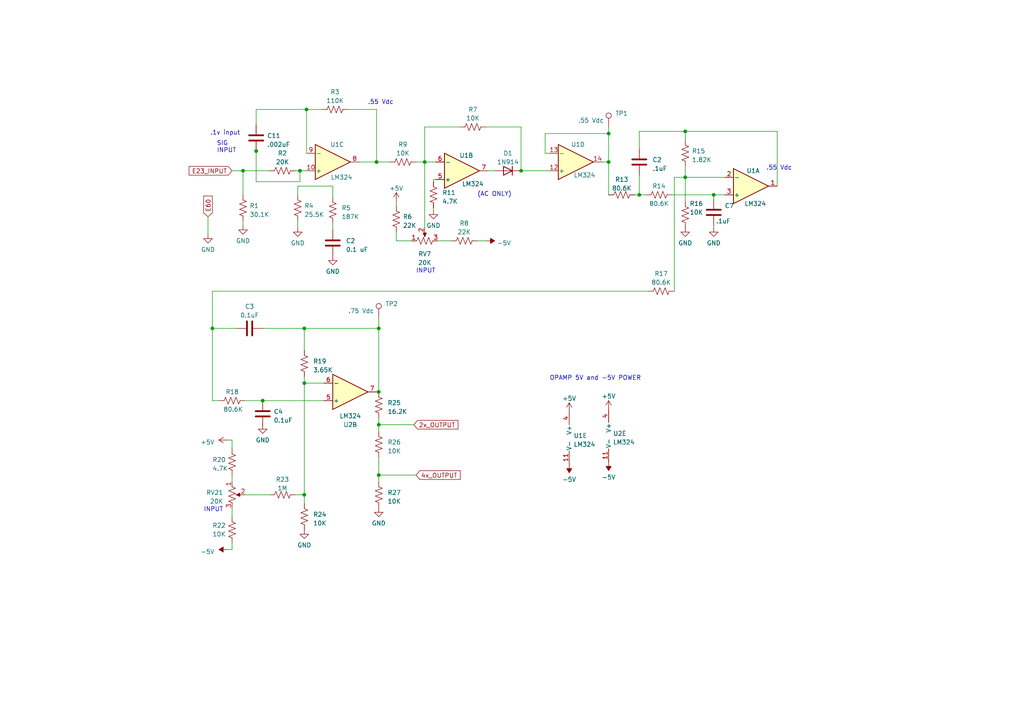
<source format=kicad_sch>
(kicad_sch (version 20230121) (generator eeschema)
  (paper "A4")
  (lib_symbols
    (symbol "Amplifier_Operational:LM324" (pin_names (offset 0.127))
      (property "Reference" "U" (at 0 5.08 0))
      (property "Value" "LM324" (at 0 -5.08 0))
      (symbol "LM324_1_1"
        (polyline (pts (xy -5.08 5.08) (xy 5.08 0) (xy -5.08 -5.08) (xy -5.08 5.08)) (stroke (width 0.254)) (fill (type background)))
        (pin output line (at 7.62 0 180) (length 2.54) (name "~") (number "1"))
        (pin input line (at -7.62 -2.54 0) (length 2.54) (name "-") (number "2"))
        (pin input line (at -7.62 2.54 0) (length 2.54) (name "+") (number "3"))
      )
      (symbol "LM324_2_1"
        (polyline (pts (xy -5.08 5.08) (xy 5.08 0) (xy -5.08 -5.08) (xy -5.08 5.08)) (stroke (width 0.254)) (fill (type background)))
        (pin input line (at -7.62 2.54 0) (length 2.54) (name "+") (number "5"))
        (pin input line (at -7.62 -2.54 0) (length 2.54) (name "-") (number "6"))
        (pin output line (at 7.62 0 180) (length 2.54) (name "~") (number "7"))
      )
      (symbol "LM324_3_1"
        (polyline (pts (xy -5.08 5.08) (xy 5.08 0) (xy -5.08 -5.08) (xy -5.08 5.08)) (stroke (width 0.254)) (fill (type background)))
        (pin input line (at -7.62 2.54 0) (length 2.54) (name "+") (number "10"))
        (pin output line (at 7.62 0 180) (length 2.54) (name "~") (number "8"))
        (pin input line (at -7.62 -2.54 0) (length 2.54) (name "-") (number "9"))
      )
      (symbol "LM324_4_1"
        (polyline (pts (xy -5.08 5.08) (xy 5.08 0) (xy -5.08 -5.08) (xy -5.08 5.08)) (stroke (width 0.254)) (fill (type background)))
        (pin input line (at -7.62 2.54 0) (length 2.54) (name "+") (number "12"))
        (pin input line (at -7.62 -2.54 0) (length 2.54) (name "-") (number "13"))
        (pin output line (at 7.62 0 180) (length 2.54) (name "~") (number "14"))
      )
      (symbol "LM324_5_1"
        (pin power_in line (at -2.54 -7.62 90) (length 3.81) (name "V-") (number "11"))
        (pin power_in line (at -2.54 7.62 270) (length 3.81) (name "V+") (number "4"))
      )
    )
    (symbol "Connector:TestPoint" (pin_numbers hide) (pin_names (offset 0.762) hide)
      (property "Reference" "TP" (at 0 6.858 0))
      (property "Value" "TestPoint" (at 0 5.08 0))
      (symbol "TestPoint_0_1"
        (circle (center 0 3.302) (radius 0.762))
      )
      (symbol "TestPoint_1_1"
        (pin passive line (at 0 0 90) (length 2.54) (name "1") (number "1"))
      )
    )
    (symbol "Device:C" (pin_numbers hide) (pin_names (offset 0.254))
      (property "Reference" "C" (at 0.635 2.54 0))
      (property "Value" "C" (at 0.635 -2.54 0))
      (symbol "C_0_1"
        (polyline (pts (xy -2.032 -0.762) (xy 2.032 -0.762)) (stroke (width 0.508)))
        (polyline (pts (xy -2.032 0.762) (xy 2.032 0.762)) (stroke (width 0.508)))
      )
      (symbol "C_1_1"
        (pin passive line (at 0 3.81 270) (length 2.794) (name "~") (number "1"))
        (pin passive line (at 0 -3.81 90) (length 2.794) (name "~") (number "2"))
      )
    )
    (symbol "Device:R_Potentiometer_US" (pin_names (offset 1.016) hide)
      (property "Reference" "RV" (at -4.445 0 90))
      (property "Value" "R_Potentiometer_US" (at -2.54 0 90))
      (symbol "R_Potentiometer_US_0_1"
        (polyline (pts (xy 0 -2.286) (xy 0 -2.54)))
        (polyline (pts (xy 0 2.54) (xy 0 2.286)))
        (polyline (pts (xy 2.54 0) (xy 1.524 0)))
        (polyline (pts (xy 1.143 0) (xy 2.286 0.508) (xy 2.286 -0.508) (xy 1.143 0)) (fill (type outline)))
        (polyline (pts (xy 0 -0.762) (xy 1.016 -1.143) (xy 0 -1.524) (xy -1.016 -1.905) (xy 0 -2.286)))
        (polyline (pts (xy 0 0.762) (xy 1.016 0.381) (xy 0 0) (xy -1.016 -0.381) (xy 0 -0.762)))
        (polyline (pts (xy 0 2.286) (xy 1.016 1.905) (xy 0 1.524) (xy -1.016 1.143) (xy 0 0.762)))
      )
      (symbol "R_Potentiometer_US_1_1"
        (pin passive line (at 0 3.81 270) (length 1.27) (name "1") (number "1"))
        (pin passive line (at 3.81 0 180) (length 1.27) (name "2") (number "2"))
        (pin passive line (at 0 -3.81 90) (length 1.27) (name "3") (number "3"))
      )
    )
    (symbol "Device:R_US" (pin_numbers hide) (pin_names (offset 0))
      (property "Reference" "R" (at 2.54 0 90))
      (property "Value" "R_US" (at -2.54 0 90))
      (symbol "R_US_0_1"
        (polyline (pts (xy 0 -2.286) (xy 0 -2.54)))
        (polyline (pts (xy 0 2.286) (xy 0 2.54)))
        (polyline (pts (xy 0 -0.762) (xy 1.016 -1.143) (xy 0 -1.524) (xy -1.016 -1.905) (xy 0 -2.286)))
        (polyline (pts (xy 0 0.762) (xy 1.016 0.381) (xy 0 0) (xy -1.016 -0.381) (xy 0 -0.762)))
        (polyline (pts (xy 0 2.286) (xy 1.016 1.905) (xy 0 1.524) (xy -1.016 1.143) (xy 0 0.762)))
      )
      (symbol "R_US_1_1"
        (pin passive line (at 0 3.81 270) (length 1.27) (name "~") (number "1"))
        (pin passive line (at 0 -3.81 90) (length 1.27) (name "~") (number "2"))
      )
    )
    (symbol "Diode:1N914" (pin_numbers hide) (pin_names hide)
      (property "Reference" "D" (at 0 2.54 0))
      (property "Value" "1N914" (at 0 -2.54 0))
      (symbol "1N914_0_1"
        (polyline (pts (xy -1.27 1.27) (xy -1.27 -1.27)) (stroke (width 0.254)))
        (polyline (pts (xy 1.27 0) (xy -1.27 0)))
        (polyline (pts (xy 1.27 1.27) (xy 1.27 -1.27) (xy -1.27 0) (xy 1.27 1.27)) (stroke (width 0.254)))
      )
      (symbol "1N914_1_1"
        (pin passive line (at -3.81 0 0) (length 2.54) (name "K") (number "1"))
        (pin passive line (at 3.81 0 180) (length 2.54) (name "A") (number "2"))
      )
    )
    (symbol "power:+5V" (power) (pin_names (offset 0))
      (property "Value" "+5V" (at 0 3.556 0))
      (symbol "+5V_0_1"
        (polyline (pts (xy -0.762 1.27) (xy 0 2.54)))
        (polyline (pts (xy 0 0) (xy 0 2.54)))
        (polyline (pts (xy 0 2.54) (xy 0.762 1.27)))
      )
      (symbol "+5V_1_1"
        (pin power_in line (at 0 0 90) (length 0) hide (name "+5V") (number "1"))
      )
    )
    (symbol "power:-5V" (power) (pin_names (offset 0))
      (property "Value" "-5V" (at 0 3.81 0))
      (symbol "-5V_0_0"
        (pin power_in line (at 0 0 90) (length 0) hide (name "-5V") (number "1"))
      )
      (symbol "-5V_0_1"
        (polyline (pts (xy 0 0) (xy 0 1.27) (xy 0.762 1.27) (xy 0 2.54) (xy -0.762 1.27) (xy 0 1.27)) (fill (type outline)))
      )
    )
    (symbol "power:GND" (power) (pin_names (offset 0))
      (property "Value" "GND" (at 0 -3.81 0))
      (symbol "GND_0_1"
        (polyline (pts (xy 0 0) (xy 0 -1.27) (xy 1.27 -1.27) (xy 0 -2.54) (xy -1.27 -1.27) (xy 0 -1.27)))
      )
      (symbol "GND_1_1"
        (pin power_in line (at 0 0 270) (length 0) hide (name "GND") (number "1"))
      )
    )
  )
  (junction (at 88.265 111.125))
  (junction (at 109.22 46.99))
  (junction (at 123.19 46.99))
  (junction (at 151.13 49.53))
  (junction (at 86.995 49.53))
  (junction (at 76.2 116.205))
  (junction (at 70.485 49.53))
  (junction (at 185.42 56.515))
  (junction (at 109.855 137.795))
  (junction (at 109.855 95.25))
  (junction (at 74.295 43.815))
  (junction (at 88.9 31.75))
  (junction (at 198.755 51.435))
  (junction (at 176.53 46.99))
  (junction (at 88.265 143.51))
  (junction (at 109.855 113.665))
  (junction (at 88.265 95.25))
  (junction (at 61.595 95.25))
  (junction (at 198.755 38.1))
  (junction (at 176.53 38.735))
  (junction (at 109.855 123.19))
  (junction (at 207.01 56.515))
  (wire (pts (xy 88.265 111.125) (xy 88.265 143.51)))
  (wire (pts (xy 74.295 31.75) (xy 74.295 36.195)))
  (wire (pts (xy 85.725 49.53) (xy 86.995 49.53)))
  (wire (pts (xy 66.04 159.385) (xy 67.31 159.385)))
  (wire (pts (xy 76.2 123.825) (xy 76.2 123.19)))
  (wire (pts (xy 207.01 56.515) (xy 207.01 57.785)))
  (wire (pts (xy 63.5 116.205) (xy 61.595 116.205)))
  (wire (pts (xy 114.935 67.31) (xy 114.935 69.85)))
  (wire (pts (xy 120.65 46.99) (xy 123.19 46.99)))
  (wire (pts (xy 140.97 36.83) (xy 151.13 36.83)))
  (wire (pts (xy 66.04 127.635) (xy 67.31 127.635)))
  (wire (pts (xy 158.115 44.45) (xy 159.385 44.45)))
  (wire (pts (xy 67.31 159.385) (xy 67.31 157.48)))
  (wire (pts (xy 67.31 49.53) (xy 70.485 49.53)))
  (wire (pts (xy 88.9 44.45) (xy 88.9 31.75)))
  (wire (pts (xy 88.265 109.22) (xy 88.265 111.125)))
  (wire (pts (xy 86.995 52.705) (xy 86.995 49.53)))
  (wire (pts (xy 187.96 84.455) (xy 61.595 84.455)))
  (wire (pts (xy 88.9 31.75) (xy 74.295 31.75)))
  (wire (pts (xy 96.52 57.15) (xy 96.52 53.975)))
  (wire (pts (xy 88.265 95.25) (xy 109.855 95.25)))
  (wire (pts (xy 88.9 31.75) (xy 93.345 31.75)))
  (wire (pts (xy 141.605 49.53) (xy 143.51 49.53)))
  (wire (pts (xy 74.295 52.705) (xy 86.995 52.705)))
  (wire (pts (xy 61.595 84.455) (xy 61.595 95.25)))
  (wire (pts (xy 198.755 51.435) (xy 210.185 51.435)))
  (wire (pts (xy 61.595 95.25) (xy 61.595 116.205)))
  (wire (pts (xy 125.73 60.325) (xy 125.73 60.96)))
  (wire (pts (xy 120.65 137.795) (xy 109.855 137.795)))
  (wire (pts (xy 88.265 143.51) (xy 88.265 146.05)))
  (wire (pts (xy 176.53 36.83) (xy 176.53 38.735)))
  (wire (pts (xy 109.855 132.715) (xy 109.855 137.795)))
  (wire (pts (xy 74.295 43.18) (xy 74.295 43.815)))
  (wire (pts (xy 109.22 46.99) (xy 113.03 46.99)))
  (wire (pts (xy 185.42 38.1) (xy 185.42 43.18)))
  (wire (pts (xy 114.935 58.42) (xy 114.935 59.69)))
  (wire (pts (xy 158.115 38.735) (xy 158.115 44.45)))
  (wire (pts (xy 74.295 43.815) (xy 74.295 52.705)))
  (wire (pts (xy 133.35 36.83) (xy 123.19 36.83)))
  (wire (pts (xy 96.52 64.77) (xy 96.52 66.675)))
  (wire (pts (xy 174.625 46.99) (xy 176.53 46.99)))
  (wire (pts (xy 138.43 69.85) (xy 140.97 69.85)))
  (wire (pts (xy 123.19 36.83) (xy 123.19 46.99)))
  (wire (pts (xy 114.935 69.85) (xy 119.38 69.85)))
  (wire (pts (xy 76.2 116.205) (xy 93.98 116.205)))
  (wire (pts (xy 86.995 49.53) (xy 88.9 49.53)))
  (wire (pts (xy 109.855 95.25) (xy 109.855 113.665)))
  (wire (pts (xy 67.31 147.32) (xy 67.31 149.86)))
  (wire (pts (xy 127 69.85) (xy 130.81 69.85)))
  (wire (pts (xy 176.53 46.99) (xy 176.53 56.515)))
  (wire (pts (xy 198.755 48.26) (xy 198.755 51.435)))
  (wire (pts (xy 184.15 56.515) (xy 185.42 56.515)))
  (wire (pts (xy 85.725 143.51) (xy 88.265 143.51)))
  (wire (pts (xy 86.36 53.975) (xy 86.36 56.515)))
  (wire (pts (xy 76.2 95.25) (xy 88.265 95.25)))
  (wire (pts (xy 109.855 92.075) (xy 109.855 95.25)))
  (wire (pts (xy 109.22 31.75) (xy 109.22 46.99)))
  (wire (pts (xy 176.53 38.735) (xy 158.115 38.735)))
  (wire (pts (xy 86.36 53.975) (xy 96.52 53.975)))
  (wire (pts (xy 60.325 62.865) (xy 60.325 67.945)))
  (wire (pts (xy 86.36 64.135) (xy 86.36 66.04)))
  (wire (pts (xy 100.965 31.75) (xy 109.22 31.75)))
  (wire (pts (xy 185.42 56.515) (xy 187.325 56.515)))
  (wire (pts (xy 195.58 51.435) (xy 195.58 84.455)))
  (wire (pts (xy 88.265 95.25) (xy 88.265 101.6)))
  (wire (pts (xy 185.42 50.8) (xy 185.42 56.515)))
  (wire (pts (xy 151.13 49.53) (xy 159.385 49.53)))
  (wire (pts (xy 120.015 123.19) (xy 109.855 123.19)))
  (wire (pts (xy 61.595 95.25) (xy 68.58 95.25)))
  (wire (pts (xy 225.425 53.975) (xy 225.425 38.1)))
  (wire (pts (xy 151.13 36.83) (xy 151.13 49.53)))
  (wire (pts (xy 207.01 56.515) (xy 210.185 56.515)))
  (wire (pts (xy 109.855 121.285) (xy 109.855 123.19)))
  (wire (pts (xy 76.2 116.205) (xy 71.12 116.205)))
  (wire (pts (xy 109.855 137.795) (xy 109.855 139.7)))
  (wire (pts (xy 70.485 64.135) (xy 70.485 65.405)))
  (wire (pts (xy 176.53 46.99) (xy 176.53 38.735)))
  (wire (pts (xy 71.12 143.51) (xy 78.105 143.51)))
  (wire (pts (xy 125.73 52.07) (xy 126.365 52.07)))
  (wire (pts (xy 225.425 38.1) (xy 198.755 38.1)))
  (wire (pts (xy 198.755 40.64) (xy 198.755 38.1)))
  (wire (pts (xy 109.22 113.665) (xy 109.855 113.665)))
  (wire (pts (xy 207.01 65.405) (xy 207.01 66.04)))
  (wire (pts (xy 198.755 51.435) (xy 198.755 58.42)))
  (wire (pts (xy 109.22 46.99) (xy 104.14 46.99)))
  (wire (pts (xy 109.855 123.19) (xy 109.855 125.095)))
  (wire (pts (xy 198.755 51.435) (xy 195.58 51.435)))
  (wire (pts (xy 194.945 56.515) (xy 207.01 56.515)))
  (wire (pts (xy 88.265 111.125) (xy 93.98 111.125)))
  (wire (pts (xy 185.42 38.1) (xy 198.755 38.1)))
  (wire (pts (xy 125.73 52.705) (xy 125.73 52.07)))
  (wire (pts (xy 123.19 46.99) (xy 126.365 46.99)))
  (wire (pts (xy 70.485 49.53) (xy 78.105 49.53)))
  (wire (pts (xy 67.31 127.635) (xy 67.31 130.175)))
  (wire (pts (xy 67.31 137.795) (xy 67.31 139.7)))
  (wire (pts (xy 123.19 66.04) (xy 123.19 46.99)))
  (wire (pts (xy 70.485 56.515) (xy 70.485 49.53)))
  (text "(AC ONLY)" (at 138.43 57.15 0) (effects (font (size 1.27 1.27)) (justify left bottom)))
  (text ".55 Vdc\n" (at 222.25 49.53 0) (effects (font (size 1.27 1.27)) (justify left bottom)))
  (text "INPUT" (at 120.65 79.375 0) (effects (font (size 1.27 1.27)) (justify left bottom)))
  (text "INPUT" (at 59.055 148.59 0) (effects (font (size 1.27 1.27)) (justify left bottom)))
  (text "SIG\nINPUT" (at 62.865 44.45 0) (effects (font (size 1.27 1.27)) (justify left bottom)))
  (text "OPAMP 5V and -5V POWER" (at 159.385 110.49 0) (effects (font (size 1.27 1.27)) (justify left bottom)))
  (text ".1v input\n" (at 60.96 39.37 0) (effects (font (size 1.27 1.27)) (justify left bottom)))
  (text ".55 Vdc\n" (at 106.68 30.48 0) (effects (font (size 1.27 1.27)) (justify left bottom)))
  (global_label "E23_INPUT" (shape input) (at 67.31 49.53 180) (property "Intersheetrefs" "${INTERSHEET_REFS}" (effects hide)))
  (global_label "E60" (shape input) (at 60.325 62.865 90) (property "Intersheetrefs" "${INTERSHEET_REFS}" (effects hide)))
  (global_label "2x_OUTPUT" (shape input) (at 120.015 123.19 0) (property "Intersheetrefs" "${INTERSHEET_REFS}" (effects hide)))
  (global_label "4x_OUTPUT" (shape input) (at 120.65 137.795 0) (property "Intersheetrefs" "${INTERSHEET_REFS}" (effects hide)))
  (symbol (lib_id "Device:C") (at 185.42 46.99 0) (unit 1)
    (property "Reference" "C2" (at 189.23 46.355 0) (effects (justify left)))
    (property "Value" ".1uF" (at 189.23 48.895 0) (effects (justify left)))
    (property "Footprint" "Capacitor_SMD:C_0603_1608Metric" (effects hide))
    (instances (project "Hardware_Filter_SSS" (path "" (reference "C2") (unit 1))) (project "Bottom_Board" (path "" (reference "C8") (unit 1))))
  )
  (symbol (lib_id "Device:R_US") (at 109.855 143.51 180) (unit 1)
    (property "Reference" "R27" (at 112.395 142.875 0) (effects (justify right)))
    (property "Value" "10K" (at 112.395 145.415 0) (effects (justify right)))
    (property "Footprint" "Resistor_SMD:R_0603_1608Metric" (effects hide))
    (instances (project "Hardware_Filter_SSS" (path "" (reference "R27") (unit 1))) (project "Bottom_Board" (path "" (reference "R14") (unit 1))))
  )
  (symbol (lib_id "Device:R_US") (at 137.16 36.83 90) (unit 1)
    (property "Reference" "R7" (at 137.16 31.75 90))
    (property "Value" "10K" (at 137.16 34.29 90))
    (property "Footprint" "Resistor_SMD:R_0603_1608Metric" (effects hide))
    (instances (project "Hardware_Filter_SSS" (path "" (reference "R7") (unit 1))) (project "Bottom_Board" (path "" (reference "R19") (unit 1))))
  )
  (symbol (lib_id "power:-5V") (at 66.04 159.385 90) (unit 1)
    (property "Reference" "#PWR016" (effects hide))
    (property "Value" "-5V" (at 62.23 160.02 90) (effects (justify left)))
    (instances (project "Hardware_Filter_SSS" (path "" (reference "#PWR016") (unit 1))) (project "Bottom_Board" (path "" (reference "#PWR03") (unit 1))))
  )
  (symbol (lib_id "Device:R_US") (at 116.84 46.99 90) (unit 1)
    (property "Reference" "R9" (at 116.84 41.91 90))
    (property "Value" "10K" (at 116.84 44.45 90))
    (property "Footprint" "Resistor_SMD:R_0603_1608Metric" (effects hide))
    (instances (project "Hardware_Filter_SSS" (path "" (reference "R9") (unit 1))) (project "Bottom_Board" (path "" (reference "R16") (unit 1))))
  )
  (symbol (lib_id "Amplifier_Operational:LM324") (at 133.985 49.53 0) (mirror x) (unit 2)
    (property "Reference" "U1" (at 135.255 45.085 0))
    (property "Value" "LM324" (at 137.16 53.34 0))
    (property "Footprint" "Package_SO:SOIC-14_3.9x8.7mm_P1.27mm" (effects hide))
    (property "Datasheet" "http://www.ti.com/lit/ds/symlink/lm2902-n.pdf" (effects hide))
  )
  (symbol (lib_id "power:GND") (at 70.485 65.405 0) (unit 1)
    (property "Reference" "#PWR05" (effects hide))
    (property "Value" "GND" (at 70.485 69.85 0))
    (instances (project "Hardware_Filter_SSS" (path "" (reference "#PWR05") (unit 1))) (project "Bottom_Board" (path "" (reference "#PWR04") (unit 1))))
  )
  (symbol (lib_id "power:GND") (at 60.325 67.945 0) (unit 1)
    (property "Reference" "#PWR07" (effects hide))
    (property "Value" "GND" (at 60.325 72.39 0))
    (instances (project "Hardware_Filter_SSS" (path "" (reference "#PWR07") (unit 1))) (project "Bottom_Board" (path "" (reference "#PWR01") (unit 1))))
  )
  (symbol (lib_id "Amplifier_Operational:LM324") (at 101.6 113.665 0) (mirror x) (unit 2)
    (property "Reference" "U2" (at 101.6 123.19 0))
    (property "Value" "LM324" (at 101.6 120.65 0))
    (property "Footprint" "Package_SO:SOIC-14_3.9x8.7mm_P1.27mm" (effects hide))
    (property "Datasheet" "http://www.ti.com/lit/ds/symlink/lm2902-n.pdf" (effects hide))
  )
  (symbol (lib_id "Device:R_US") (at 134.62 69.85 90) (unit 1)
    (property "Reference" "R8" (at 134.62 64.77 90))
    (property "Value" "22K" (at 134.62 67.31 90))
    (property "Footprint" "Resistor_SMD:R_0603_1608Metric" (effects hide))
    (instances (project "Hardware_Filter_SSS" (path "" (reference "R8") (unit 1))) (project "Bottom_Board" (path "" (reference "R18") (unit 1))))
  )
  (symbol (lib_id "Device:R_Potentiometer_US") (at 67.31 143.51 0) (unit 1)
    (property "Reference" "RV21" (at 64.77 142.875 0) (effects (justify right)))
    (property "Value" "20K" (at 64.77 145.415 0) (effects (justify right)))
    (property "Footprint" "Potentiometer_THT:Potentiometer_Bourns_3386P_Vertical" (effects hide))
    (instances (project "Hardware_Filter_SSS" (path "" (reference "RV21") (unit 1))) (project "Bottom_Board" (path "" (reference "RV1") (unit 1))))
  )
  (symbol (lib_id "Diode:1N914") (at 147.32 49.53 180) (unit 1)
    (property "Reference" "D1" (at 147.32 44.45 0))
    (property "Value" "1N914" (at 147.32 46.99 0))
    (property "Footprint" "Diode_SMD:D_0603_1608Metric" (effects hide))
    (property "Datasheet" "http://www.vishay.com/docs/85622/1n914.pdf" (effects hide))
    (property "Sim.Device" "D" (effects hide))
    (property "Sim.Pins" "1=K 2=A" (effects hide))
  )
  (symbol (lib_id "Amplifier_Operational:LM324") (at 96.52 46.99 0) (mirror x) (unit 3)
    (property "Reference" "U1" (at 97.79 41.91 0))
    (property "Value" "LM324" (at 99.06 51.435 0))
    (property "Footprint" "Package_SO:SOIC-14_3.9x8.7mm_P1.27mm" (effects hide))
    (property "Datasheet" "http://www.ti.com/lit/ds/symlink/lm2902-n.pdf" (effects hide))
  )
  (symbol (lib_id "power:GND") (at 207.01 66.04 0) (unit 1)
    (property "Reference" "#PWR013" (effects hide))
    (property "Value" "GND" (at 207.01 70.485 0))
    (instances (project "Hardware_Filter_SSS" (path "" (reference "#PWR013") (unit 1))) (project "Bottom_Board" (path "" (reference "#PWR018") (unit 1))))
  )
  (symbol (lib_id "Device:R_US") (at 88.265 105.41 180) (unit 1)
    (property "Reference" "R19" (at 90.805 104.775 0) (effects (justify right)))
    (property "Value" "3.65K" (at 90.805 107.315 0) (effects (justify right)))
    (property "Footprint" "Resistor_SMD:R_0603_1608Metric" (effects hide))
    (instances (project "Hardware_Filter_SSS" (path "" (reference "R19") (unit 1))) (project "Bottom_Board" (path "" (reference "R8") (unit 1))))
  )
  (symbol (lib_id "Connector:TestPoint") (at 109.855 92.075 0) (unit 1)
    (property "Reference" "TP2" (at 111.76 88.138 0) (effects (justify left)))
    (property "Value" ".75 Vdc" (at 100.965 90.17 0) (effects (justify left)))
    (property "Footprint" "TestPoint:TestPoint_Loop_D2.54mm_Drill1.5mm_Beaded" (effects hide))
    (instances (project "Hardware_Filter_SSS" (path "" (reference "TP2") (unit 1))) (project "Bottom_Board" (path "" (reference "TP1") (unit 1))))
  )
  (symbol (lib_id "Device:R_US") (at 67.31 153.67 180) (unit 1)
    (property "Reference" "R22" (at 61.595 152.4 0) (effects (justify right)))
    (property "Value" "10K" (at 61.595 154.94 0) (effects (justify right)))
    (property "Footprint" "Resistor_SMD:R_0603_1608Metric" (effects hide))
    (instances (project "Hardware_Filter_SSS" (path "" (reference "R22") (unit 1))) (project "Bottom_Board" (path "" (reference "R3") (unit 1))))
  )
  (symbol (lib_id "Amplifier_Operational:LM324") (at 167.005 46.99 0) (mirror x) (unit 4)
    (property "Reference" "U1" (at 167.64 41.91 0))
    (property "Value" "LM324" (at 169.545 50.8 0))
    (property "Footprint" "Package_SO:SOIC-14_3.9x8.7mm_P1.27mm" (effects hide))
    (property "Datasheet" "http://www.ti.com/lit/ds/symlink/lm2902-n.pdf" (effects hide))
  )
  (symbol (lib_id "Device:R_US") (at 81.915 49.53 90) (unit 1)
    (property "Reference" "R2" (at 81.915 44.45 90))
    (property "Value" "20K" (at 81.915 46.99 90))
    (property "Footprint" "Resistor_SMD:R_0603_1608Metric" (effects hide))
    (instances (project "Hardware_Filter_SSS" (path "" (reference "R2") (unit 1))) (project "Bottom_Board" (path "" (reference "R5") (unit 1))))
  )
  (symbol (lib_id "power:+5V") (at 165.1 119.38 0) (unit 1)
    (property "Reference" "#PWR01" (effects hide))
    (property "Value" "+5V" (at 165.1 115.57 0))
    (instances (project "Hardware_Filter_SSS" (path "" (reference "#PWR01") (unit 1))) (project "Bottom_Board" (path "" (reference "#PWR013") (unit 1))))
  )
  (symbol (lib_id "power:GND") (at 96.52 74.295 0) (unit 1)
    (property "Reference" "#PWR08" (effects hide))
    (property "Value" "GND" (at 96.52 78.74 0))
  )
  (symbol (lib_id "Device:R_US") (at 96.52 60.96 0) (unit 1)
    (property "Reference" "R5" (at 99.06 60.325 0) (effects (justify left)))
    (property "Value" "187K" (at 99.06 62.865 0) (effects (justify left)))
    (property "Footprint" "Resistor_SMD:R_0603_1608Metric" (effects hide))
    (instances (project "Hardware_Filter_SSS" (path "" (reference "R5") (unit 1))) (project "Bottom_Board" (path "" (reference "R10") (unit 1))))
  )
  (symbol (lib_id "power:GND") (at 109.855 147.32 0) (unit 1)
    (property "Reference" "#PWR014" (effects hide))
    (property "Value" "GND" (at 109.855 151.765 0))
    (instances (project "Hardware_Filter_SSS" (path "" (reference "#PWR014") (unit 1))) (project "Bottom_Board" (path "" (reference "#PWR09") (unit 1))))
  )
  (symbol (lib_id "Device:R_US") (at 97.155 31.75 90) (unit 1)
    (property "Reference" "R3" (at 97.155 26.67 90))
    (property "Value" "110K" (at 97.155 29.21 90))
    (property "Footprint" "Resistor_SMD:R_0603_1608Metric" (effects hide))
    (instances (project "Hardware_Filter_SSS" (path "" (reference "R3") (unit 1))) (project "Bottom_Board" (path "" (reference "R11") (unit 1))))
  )
  (symbol (lib_id "Amplifier_Operational:LM324") (at 217.805 53.975 0) (mirror x) (unit 1)
    (property "Reference" "U1" (at 218.44 49.53 0))
    (property "Value" "LM324" (at 219.075 59.055 0))
    (property "Footprint" "Package_SO:SOIC-14_3.9x8.7mm_P1.27mm" (effects hide))
    (property "Datasheet" "http://www.ti.com/lit/ds/symlink/lm2902-n.pdf" (effects hide))
  )
  (symbol (lib_id "Device:C") (at 76.2 120.015 180) (unit 1)
    (property "Reference" "C4" (at 79.375 119.38 0) (effects (justify right)))
    (property "Value" "0.1uF" (at 79.375 121.92 0) (effects (justify right)))
    (property "Footprint" "Capacitor_SMD:C_0603_1608Metric" (effects hide))
    (instances (project "Hardware_Filter_SSS" (path "" (reference "C4") (unit 1))) (project "Bottom_Board" (path "" (reference "C6") (unit 1))))
  )
  (symbol (lib_id "Device:R_US") (at 191.135 56.515 90) (unit 1)
    (property "Reference" "R14" (at 191.135 53.975 90))
    (property "Value" "80.6K" (at 191.135 59.055 90))
    (property "Footprint" "Resistor_SMD:R_0603_1608Metric" (effects hide))
    (instances (project "Hardware_Filter_SSS" (path "" (reference "R14") (unit 1))) (project "Bottom_Board" (path "" (reference "R21") (unit 1))))
  )
  (symbol (lib_id "Device:R_US") (at 67.31 133.985 180) (unit 1)
    (property "Reference" "R20" (at 61.595 133.35 0) (effects (justify right)))
    (property "Value" "4.7K" (at 61.595 135.89 0) (effects (justify right)))
    (property "Footprint" "Resistor_SMD:R_0603_1608Metric" (effects hide))
    (instances (project "Hardware_Filter_SSS" (path "" (reference "R20") (unit 1))) (project "Bottom_Board" (path "" (reference "R2") (unit 1))))
  )
  (symbol (lib_id "Device:R_US") (at 88.265 149.86 180) (unit 1)
    (property "Reference" "R24" (at 90.805 149.225 0) (effects (justify right)))
    (property "Value" "10K" (at 90.805 151.765 0) (effects (justify right)))
    (property "Footprint" "Resistor_SMD:R_0603_1608Metric" (effects hide))
    (instances (project "Hardware_Filter_SSS" (path "" (reference "R24") (unit 1))) (project "Bottom_Board" (path "" (reference "R9") (unit 1))))
  )
  (symbol (lib_id "Device:R_US") (at 67.31 116.205 90) (unit 1)
    (property "Reference" "R18" (at 65.405 113.665 90) (effects (justify right)))
    (property "Value" "80.6K" (at 64.77 118.745 90) (effects (justify right)))
    (property "Footprint" "Resistor_SMD:R_0603_1608Metric" (effects hide))
    (instances (project "Hardware_Filter_SSS" (path "" (reference "R18") (unit 1))) (project "Bottom_Board" (path "" (reference "R1") (unit 1))))
  )
  (symbol (lib_id "Amplifier_Operational:LM324") (at 167.64 127 0) (unit 5)
    (property "Reference" "U1" (at 166.37 126.365 0) (effects (justify left)))
    (property "Value" "LM324" (at 166.37 128.905 0) (effects (justify left)))
    (property "Footprint" "Package_SO:SOIC-14_3.9x8.7mm_P1.27mm" (effects hide))
    (property "Datasheet" "http://www.ti.com/lit/ds/symlink/lm2902-n.pdf" (effects hide))
  )
  (symbol (lib_id "Device:R_US") (at 70.485 60.325 0) (unit 1)
    (property "Reference" "R1" (at 72.39 59.69 0) (effects (justify left)))
    (property "Value" "30.1K" (at 72.39 62.23 0) (effects (justify left)))
    (property "Footprint" "Resistor_SMD:R_0603_1608Metric" (effects hide))
    (instances (project "Hardware_Filter_SSS" (path "" (reference "R1") (unit 1))) (project "Bottom_Board" (path "" (reference "R4") (unit 1))))
  )
  (symbol (lib_id "power:GND") (at 88.265 153.67 0) (unit 1)
    (property "Reference" "#PWR017" (effects hide))
    (property "Value" "GND" (at 88.265 158.115 0))
    (instances (project "Hardware_Filter_SSS" (path "" (reference "#PWR017") (unit 1))) (project "Bottom_Board" (path "" (reference "#PWR07") (unit 1))))
  )
  (symbol (lib_id "power:GND") (at 86.36 66.04 0) (unit 1)
    (property "Reference" "#PWR06" (effects hide))
    (property "Value" "GND" (at 86.36 70.485 0))
  )
  (symbol (lib_id "Device:R_Potentiometer_US") (at 123.19 69.85 90) (unit 1)
    (property "Reference" "RV7" (at 123.19 73.66 90))
    (property "Value" "20K" (at 123.19 76.2 90))
    (property "Footprint" "Potentiometer_THT:Potentiometer_Bourns_3386P_Vertical" (effects hide))
    (instances (project "Hardware_Filter_SSS" (path "" (reference "RV7") (unit 1))) (project "Bottom_Board" (path "" (reference "RV2") (unit 1))))
  )
  (symbol (lib_id "power:GND") (at 198.755 66.04 0) (unit 1)
    (property "Reference" "#PWR012" (effects hide))
    (property "Value" "GND" (at 198.755 70.485 0))
    (instances (project "Hardware_Filter_SSS" (path "" (reference "#PWR012") (unit 1))) (project "Bottom_Board" (path "" (reference "#PWR017") (unit 1))))
  )
  (symbol (lib_id "power:-5V") (at 140.97 69.85 270) (unit 1)
    (property "Reference" "#PWR010" (effects hide))
    (property "Value" "-5V" (at 144.145 70.485 90) (effects (justify left)))
    (instances (project "Hardware_Filter_SSS" (path "" (reference "#PWR010") (unit 1))) (project "Bottom_Board" (path "" (reference "#PWR012") (unit 1))))
  )
  (symbol (lib_id "power:-5V") (at 176.53 133.985 180) (unit 1)
    (property "Reference" "#PWR03" (effects hide))
    (property "Value" "-5V" (at 176.53 138.43 0))
    (instances (project "Hardware_Filter_SSS" (path "" (reference "#PWR03") (unit 1))) (project "Bottom_Board" (path "" (reference "#PWR016") (unit 1))))
  )
  (symbol (lib_id "Device:R_US") (at 81.915 143.51 270) (unit 1)
    (property "Reference" "R23" (at 81.915 139.065 90))
    (property "Value" "1M" (at 81.915 141.605 90))
    (property "Footprint" "Resistor_SMD:R_0603_1608Metric" (effects hide))
    (instances (project "Hardware_Filter_SSS" (path "" (reference "R23") (unit 1))) (project "Bottom_Board" (path "" (reference "R6") (unit 1))))
  )
  (symbol (lib_id "power:GND") (at 125.73 60.96 0) (unit 1)
    (property "Reference" "#PWR011" (effects hide))
    (property "Value" "GND" (at 125.73 65.405 0))
  )
  (symbol (lib_id "power:+5V") (at 114.935 58.42 0) (unit 1)
    (property "Reference" "#PWR09" (effects hide))
    (property "Value" "+5V" (at 114.935 54.61 0))
    (instances (project "Hardware_Filter_SSS" (path "" (reference "#PWR09") (unit 1))) (project "Bottom_Board" (path "" (reference "#PWR010") (unit 1))))
  )
  (symbol (lib_id "Device:R_US") (at 109.855 117.475 180) (unit 1)
    (property "Reference" "R25" (at 112.395 116.84 0) (effects (justify right)))
    (property "Value" "16.2K" (at 112.395 119.38 0) (effects (justify right)))
    (property "Footprint" "Resistor_SMD:R_0603_1608Metric" (effects hide))
    (instances (project "Hardware_Filter_SSS" (path "" (reference "R25") (unit 1))) (project "Bottom_Board" (path "" (reference "R12") (unit 1))))
  )
  (symbol (lib_id "power:GND") (at 76.2 123.19 0) (unit 1)
    (property "Reference" "#PWR018" (effects hide))
    (property "Value" "GND" (at 76.2 127.635 0))
    (instances (project "Hardware_Filter_SSS" (path "" (reference "#PWR018") (unit 1))) (project "Bottom_Board" (path "" (reference "#PWR05") (unit 1))))
  )
  (symbol (lib_id "Amplifier_Operational:LM324") (at 179.07 126.365 0) (unit 5)
    (property "Reference" "U2" (at 177.8 125.73 0) (effects (justify left)))
    (property "Value" "LM324" (at 177.8 128.27 0) (effects (justify left)))
    (property "Footprint" "Package_SO:SOIC-14_3.9x8.7mm_P1.27mm" (effects hide))
    (property "Datasheet" "http://www.ti.com/lit/ds/symlink/lm2902-n.pdf" (effects hide))
  )
  (symbol (lib_id "Device:R_US") (at 191.77 84.455 90) (unit 1)
    (property "Reference" "R17" (at 191.77 79.375 90))
    (property "Value" "80.6K" (at 191.77 81.915 90))
    (property "Footprint" "Resistor_SMD:R_0603_1608Metric" (effects hide))
    (instances (project "Hardware_Filter_SSS" (path "" (reference "R17") (unit 1))) (project "Bottom_Board" (path "" (reference "R22") (unit 1))))
  )
  (symbol (lib_id "Device:R_US") (at 180.34 56.515 90) (unit 1)
    (property "Reference" "R13" (at 180.34 52.07 90))
    (property "Value" "80.6K" (at 180.34 54.61 90))
    (property "Footprint" "Resistor_SMD:R_0603_1608Metric" (effects hide))
    (instances (project "Hardware_Filter_SSS" (path "" (reference "R13") (unit 1))) (project "Bottom_Board" (path "" (reference "R20") (unit 1))))
  )
  (symbol (lib_id "Device:R_US") (at 198.755 62.23 0) (unit 1)
    (property "Reference" "R16" (at 200.025 59.055 0) (effects (justify left)))
    (property "Value" "10K" (at 200.025 61.595 0) (effects (justify left)))
    (property "Footprint" "Resistor_SMD:R_0603_1608Metric" (effects hide))
    (instances (project "Hardware_Filter_SSS" (path "" (reference "R16") (unit 1))) (project "Bottom_Board" (path "" (reference "R24") (unit 1))))
  )
  (symbol (lib_id "Device:R_US") (at 86.36 60.325 0) (unit 1)
    (property "Reference" "R4" (at 88.265 59.69 0) (effects (justify left)))
    (property "Value" "25.5K" (at 88.265 62.23 0) (effects (justify left)))
    (property "Footprint" "Resistor_SMD:R_0603_1608Metric" (effects hide))
    (instances (project "Hardware_Filter_SSS" (path "" (reference "R4") (unit 1))) (project "Bottom_Board" (path "" (reference "R7") (unit 1))))
  )
  (symbol (lib_id "Device:R_US") (at 114.935 63.5 0) (unit 1)
    (property "Reference" "R6" (at 116.84 62.865 0) (effects (justify left)))
    (property "Value" "22K" (at 116.84 65.405 0) (effects (justify left)))
    (property "Footprint" "Resistor_SMD:R_0603_1608Metric" (effects hide))
    (instances (project "Hardware_Filter_SSS" (path "" (reference "R6") (unit 1))) (project "Bottom_Board" (path "" (reference "R15") (unit 1))))
  )
  (symbol (lib_id "Device:R_US") (at 125.73 56.515 0) (unit 1)
    (property "Reference" "R11" (at 128.27 55.88 0) (effects (justify left)))
    (property "Value" "4.7K" (at 128.27 58.42 0) (effects (justify left)))
    (property "Footprint" "Resistor_SMD:R_0603_1608Metric" (effects hide))
    (instances (project "Hardware_Filter_SSS" (path "" (reference "R11") (unit 1))) (project "Bottom_Board" (path "" (reference "R17") (unit 1))))
  )
  (symbol (lib_id "Device:C") (at 207.01 61.595 0) (unit 1)
    (property "Reference" "C7" (at 210.185 59.69 0) (effects (justify left)))
    (property "Value" ".1uF" (at 207.645 64.135 0) (effects (justify left)))
    (property "Footprint" "Capacitor_SMD:C_0603_1608Metric" (effects hide))
    (instances (project "Hardware_Filter_SSS" (path "" (reference "C7") (unit 1))) (project "Bottom_Board" (path "" (reference "C9") (unit 1))))
  )
  (symbol (lib_id "Device:C") (at 72.39 95.25 270) (unit 1)
    (property "Reference" "C3" (at 72.39 88.9 90))
    (property "Value" "0.1uF" (at 72.39 91.44 90))
    (property "Footprint" "Capacitor_SMD:C_0603_1608Metric" (effects hide))
    (instances (project "Hardware_Filter_SSS" (path "" (reference "C3") (unit 1))) (project "Bottom_Board" (path "" (reference "C4") (unit 1))))
  )
  (symbol (lib_id "Connector:TestPoint") (at 176.53 36.83 0) (unit 1)
    (property "Reference" "TP1" (at 178.435 32.893 0) (effects (justify left)))
    (property "Value" ".55 Vdc" (at 167.64 34.925 0) (effects (justify left)))
    (property "Footprint" "TestPoint:TestPoint_Loop_D2.54mm_Drill1.5mm_Beaded" (effects hide))
    (instances (project "Hardware_Filter_SSS" (path "" (reference "TP1") (unit 1))) (project "Bottom_Board" (path "" (reference "TP2") (unit 1))))
  )
  (symbol (lib_id "Device:C") (at 96.52 70.485 0) (unit 1)
    (property "Reference" "C2" (at 100.33 69.85 0) (effects (justify left)))
    (property "Value" "0.1 uF" (at 100.33 72.39 0) (effects (justify left)))
    (property "Footprint" "Capacitor_SMD:C_0603_1608Metric" (effects hide))
    (instances (project "Hardware_Filter_SSS" (path "" (reference "C2") (unit 1))) (project "Bottom_Board" (path "" (reference "C7") (unit 1))))
  )
  (symbol (lib_id "power:+5V") (at 176.53 118.745 0) (unit 1)
    (property "Reference" "#PWR04" (effects hide))
    (property "Value" "+5V" (at 176.53 114.935 0))
    (instances (project "Hardware_Filter_SSS" (path "" (reference "#PWR04") (unit 1))) (project "Bottom_Board" (path "" (reference "#PWR015") (unit 1))))
  )
  (symbol (lib_id "power:-5V") (at 165.1 134.62 180) (unit 1)
    (property "Reference" "#PWR02" (effects hide))
    (property "Value" "-5V" (at 165.1 139.065 0))
    (instances (project "Hardware_Filter_SSS" (path "" (reference "#PWR02") (unit 1))) (project "Bottom_Board" (path "" (reference "#PWR014") (unit 1))))
  )
  (symbol (lib_id "Device:R_US") (at 198.755 44.45 180) (unit 1)
    (property "Reference" "R15" (at 200.66 43.815 0) (effects (justify right)))
    (property "Value" "1.82K" (at 200.66 46.355 0) (effects (justify right)))
    (property "Footprint" "Resistor_SMD:R_0603_1608Metric" (effects hide))
    (instances (project "Hardware_Filter_SSS" (path "" (reference "R15") (unit 1))) (project "Bottom_Board" (path "" (reference "R23") (unit 1))))
  )
  (symbol (lib_id "Device:C") (at 74.295 40.005 0) (unit 1)
    (property "Reference" "C11" (at 77.47 39.37 0) (effects (justify left)))
    (property "Value" ".002uF" (at 77.47 41.91 0) (effects (justify left)))
    (property "Footprint" "Capacitor_SMD:C_0603_1608Metric" (effects hide))
    (instances (project "Hardware_Filter_SSS" (path "" (reference "C11") (unit 1))) (project "Bottom_Board" (path "" (reference "C5") (unit 1))))
  )
  (symbol (lib_id "power:+5V") (at 66.04 127.635 90) (unit 1)
    (property "Reference" "#PWR015" (effects hide))
    (property "Value" "+5V" (at 62.23 128.27 90) (effects (justify left)))
    (instances (project "Hardware_Filter_SSS" (path "" (reference "#PWR015") (unit 1))) (project "Bottom_Board" (path "" (reference "#PWR02") (unit 1))))
  )
  (symbol (lib_id "Device:R_US") (at 109.855 128.905 180) (unit 1)
    (property "Reference" "R26" (at 112.395 128.27 0) (effects (justify right)))
    (property "Value" "10K" (at 112.395 130.81 0) (effects (justify right)))
    (property "Footprint" "Resistor_SMD:R_0603_1608Metric" (effects hide))
    (instances (project "Hardware_Filter_SSS" (path "" (reference "R26") (unit 1))) (project "Bottom_Board" (path "" (reference "R13") (unit 1))))
  )
)
</source>
